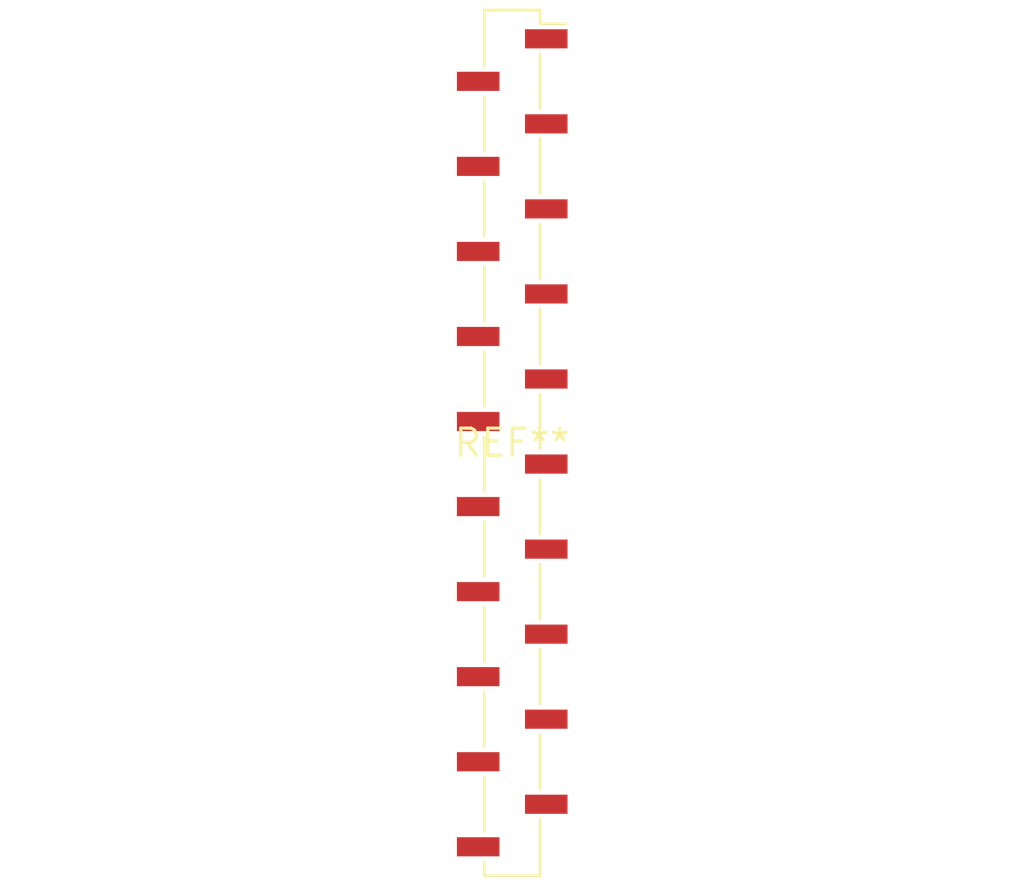
<source format=kicad_pcb>
(kicad_pcb (version 20240108) (generator pcbnew)
  (layers (0 "F.Cu" signal) (31 "B.Cu" signal) (34 "B.Paste" user) (35 "F.Paste" user) (36 "B.SilkS" user "B.Silkscreen") (37 "F.SilkS" user "F.Silkscreen") (38 "B.Mask" user) (39 "F.Mask" user) (44 "Edge.Cuts" user))
  (net 0 "")
  (footprint "PinSocket_1x20_P2.00mm_Vertical_SMD_Pin1Right" (layer "F.Cu") (at 0 0)
    (property "Reference" "REF**")
    (property "Value" "PinSocket_1x20_P2.00mm_Vertical_SMD_Pin1Right")
    (fp_line (start -1.31 -20.36) (end -1.31 -17.71) (layer "F.SilkS") (stroke (width 0.12)))
    (fp_line (start -1.31 -20.36) (end 1.31 -20.36) (layer "F.SilkS") (stroke (width 0.12)))
    (fp_line (start -1.31 -16.29) (end -1.31 -13.71) (layer "F.SilkS") (stroke (width 0.12)))
    (fp_line (start -1.31 -12.29) (end -1.31 -9.71) (layer "F.SilkS") (stroke (width 0.12)))
    (fp_line (start -1.31 -8.29) (end -1.31 -5.71) (layer "F.SilkS") (stroke (width 0.12)))
    (fp_line (start -1.31 -4.29) (end -1.31 -1.71) (layer "F.SilkS") (stroke (width 0.12)))
    (fp_line (start -1.31 -0.29) (end -1.31 2.29) (layer "F.SilkS") (stroke (width 0.12)))
    (fp_line (start -1.31 3.71) (end -1.31 6.29) (layer "F.SilkS") (stroke (width 0.12)))
    (fp_line (start -1.31 7.71) (end -1.31 10.29) (layer "F.SilkS") (stroke (width 0.12)))
    (fp_line (start -1.31 11.71) (end -1.31 14.29) (layer "F.SilkS") (stroke (width 0.12)))
    (fp_line (start -1.31 15.71) (end -1.31 18.29) (layer "F.SilkS") (stroke (width 0.12)))
    (fp_line (start -1.31 19.71) (end -1.31 20.36) (layer "F.SilkS") (stroke (width 0.12)))
    (fp_line (start -1.31 20.36) (end 1.31 20.36) (layer "F.SilkS") (stroke (width 0.12)))
    (fp_line (start 1.31 -20.36) (end 1.31 -19.71) (layer "F.SilkS") (stroke (width 0.12)))
    (fp_line (start 1.31 -19.71) (end 2.54 -19.71) (layer "F.SilkS") (stroke (width 0.12)))
    (fp_line (start 1.31 -18.29) (end 1.31 -15.71) (layer "F.SilkS") (stroke (width 0.12)))
    (fp_line (start 1.31 -14.29) (end 1.31 -11.71) (layer "F.SilkS") (stroke (width 0.12)))
    (fp_line (start 1.31 -10.29) (end 1.31 -7.71) (layer "F.SilkS") (stroke (width 0.12)))
    (fp_line (start 1.31 -6.29) (end 1.31 -3.71) (layer "F.SilkS") (stroke (width 0.12)))
    (fp_line (start 1.31 -2.29) (end 1.31 0.29) (layer "F.SilkS") (stroke (width 0.12)))
    (fp_line (start 1.31 1.71) (end 1.31 4.29) (layer "F.SilkS") (stroke (width 0.12)))
    (fp_line (start 1.31 5.71) (end 1.31 8.29) (layer "F.SilkS") (stroke (width 0.12)))
    (fp_line (start 1.31 9.71) (end 1.31 12.29) (layer "F.SilkS") (stroke (width 0.12)))
    (fp_line (start 1.31 13.71) (end 1.31 16.29) (layer "F.SilkS") (stroke (width 0.12)))
    (fp_line (start 1.31 17.71) (end 1.31 20.36) (layer "F.SilkS") (stroke (width 0.12)))
    (pad "1" smd rect (at 1.6 -19) (size 2 0.9) (layers "F.Cu" "F.Paste" "F.Mask"))
    (pad "2" smd rect (at -1.6 -17) (size 2 0.9) (layers "F.Cu" "F.Paste" "F.Mask"))
    (pad "3" smd rect (at 1.6 -15) (size 2 0.9) (layers "F.Cu" "F.Paste" "F.Mask"))
    (pad "4" smd rect (at -1.6 -13) (size 2 0.9) (layers "F.Cu" "F.Paste" "F.Mask"))
    (pad "5" smd rect (at 1.6 -11) (size 2 0.9) (layers "F.Cu" "F.Paste" "F.Mask"))
    (pad "6" smd rect (at -1.6 -9) (size 2 0.9) (layers "F.Cu" "F.Paste" "F.Mask"))
    (pad "7" smd rect (at 1.6 -7) (size 2 0.9) (layers "F.Cu" "F.Paste" "F.Mask"))
    (pad "8" smd rect (at -1.6 -5) (size 2 0.9) (layers "F.Cu" "F.Paste" "F.Mask"))
    (pad "9" smd rect (at 1.6 -3) (size 2 0.9) (layers "F.Cu" "F.Paste" "F.Mask"))
    (pad "10" smd rect (at -1.6 -1) (size 2 0.9) (layers "F.Cu" "F.Paste" "F.Mask"))
    (pad "11" smd rect (at 1.6 1) (size 2 0.9) (layers "F.Cu" "F.Paste" "F.Mask"))
    (pad "12" smd rect (at -1.6 3) (size 2 0.9) (layers "F.Cu" "F.Paste" "F.Mask"))
    (pad "13" smd rect (at 1.6 5) (size 2 0.9) (layers "F.Cu" "F.Paste" "F.Mask"))
    (pad "14" smd rect (at -1.6 7) (size 2 0.9) (layers "F.Cu" "F.Paste" "F.Mask"))
    (pad "15" smd rect (at 1.6 9) (size 2 0.9) (layers "F.Cu" "F.Paste" "F.Mask"))
    (pad "16" smd rect (at -1.6 11) (size 2 0.9) (layers "F.Cu" "F.Paste" "F.Mask"))
    (pad "17" smd rect (at 1.6 13) (size 2 0.9) (layers "F.Cu" "F.Paste" "F.Mask"))
    (pad "18" smd rect (at -1.6 15) (size 2 0.9) (layers "F.Cu" "F.Paste" "F.Mask"))
    (pad "19" smd rect (at 1.6 17) (size 2 0.9) (layers "F.Cu" "F.Paste" "F.Mask"))
    (pad "20" smd rect (at -1.6 19) (size 2 0.9) (layers "F.Cu" "F.Paste" "F.Mask"))
  )
)
</source>
